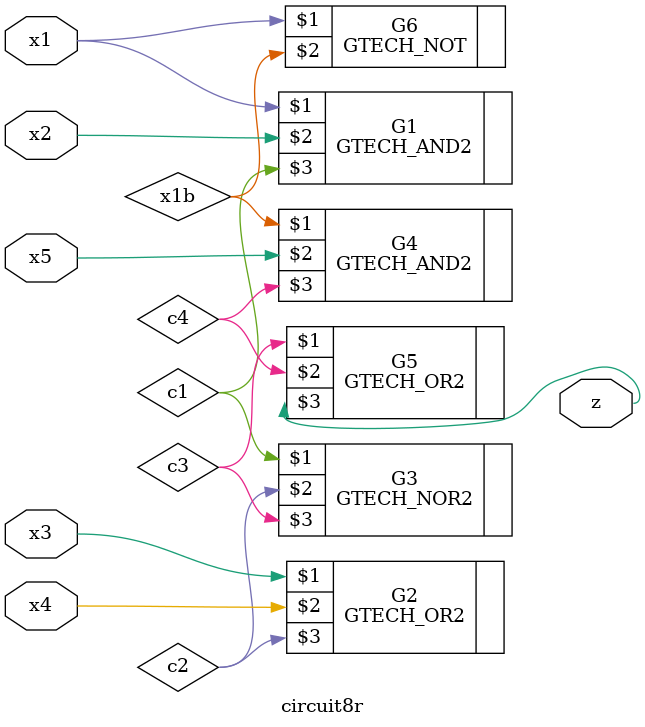
<source format=v>
`include "gtech_lib.v"
module circuit8r(x1,x2,x3,x4,x5,z);
input x1,x2,x3,x4,x5;
output z;
wire c1,c2,c3,c4,x1b;


GTECH_AND2 G1(x1,x2,c1);
GTECH_OR2 G2(x3,x4,c2);
GTECH_NOR2 G3(c1,c2,c3);
GTECH_AND2 G4(x1b,x5,c4);
GTECH_OR2 G5(c3,c4,z);
GTECH_NOT G6(x1,x1b);

endmodule
</source>
